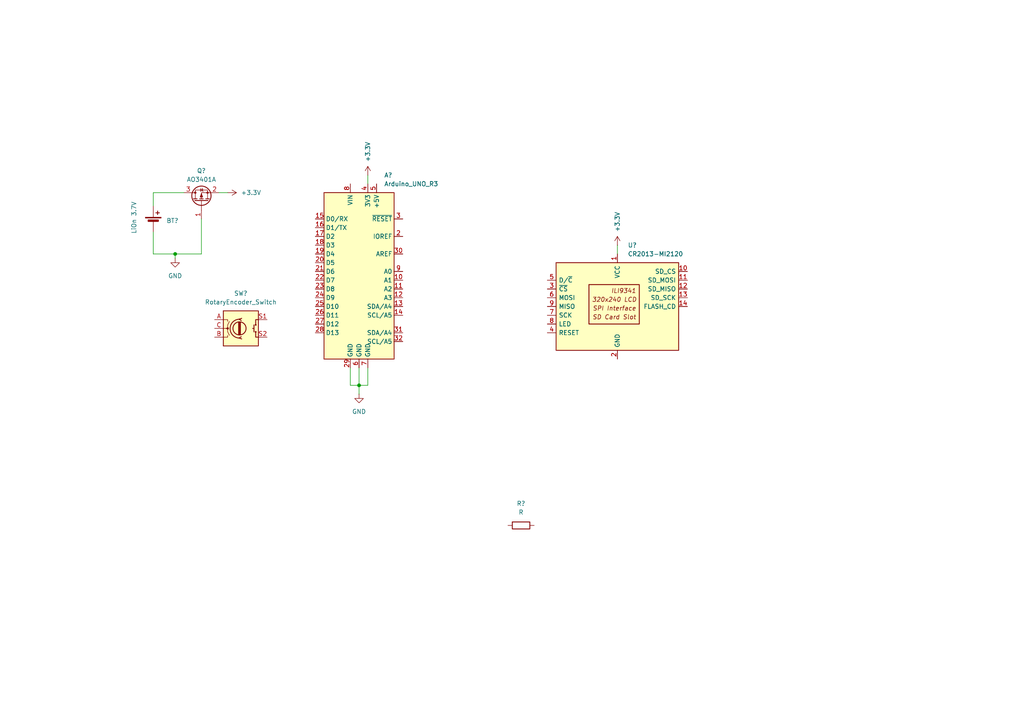
<source format=kicad_sch>
(kicad_sch (version 20231120) (generator "eeschema") (generator_version "8.0")
  (paper "A4")
  (lib_symbols
    (symbol "Device:Battery_Cell" (pin_numbers hide) (pin_names (offset 0) hide)
      (property "Reference" "BT" (at 2.54 2.54 0))
      (property "Value" "Battery_Cell" (at 2.54 0 0))
      (symbol "Battery_Cell_0_1"
        (rectangle (start -2.286 1.778) (end 2.286 1.524) (fill (type outline)))
        (rectangle (start -1.524 1.016) (end 1.524 0.508) (fill (type outline)))
        (polyline (pts (xy 0 0.762) (xy 0 0)))
        (polyline (pts (xy 0 1.778) (xy 0 2.54)))
        (polyline (pts (xy 0.762 3.048) (xy 1.778 3.048)) (stroke (width 0.254)))
        (polyline (pts (xy 1.27 3.556) (xy 1.27 2.54)) (stroke (width 0.254)))
      )
      (symbol "Battery_Cell_1_1"
        (pin passive line (at 0 5.08 270) (length 2.54) (name "+") (number "1"))
        (pin passive line (at 0 -2.54 90) (length 2.54) (name "-") (number "2"))
      )
    )
    (symbol "Device:R" (pin_numbers hide) (pin_names (offset 0))
      (property "Reference" "R" (at 2.032 0 90))
      (property "Value" "R" (at 0 0 90))
      (symbol "R_0_1"
        (rectangle (start -1.016 -2.54) (end 1.016 2.54) (stroke (width 0.254)))
      )
      (symbol "R_1_1"
        (pin passive line (at 0 3.81 270) (length 1.27) (name "~") (number "1"))
        (pin passive line (at 0 -3.81 90) (length 1.27) (name "~") (number "2"))
      )
    )
    (symbol "Device:RotaryEncoder_Switch" (pin_names (offset 0.254) hide)
      (property "Reference" "SW" (at 0 6.604 0))
      (property "Value" "RotaryEncoder_Switch" (at 0 -6.604 0))
      (symbol "RotaryEncoder_Switch_0_1"
        (rectangle (start -5.08 5.08) (end 5.08 -5.08) (stroke (width 0.254)) (fill (type background)))
        (circle (center -3.81 0) (radius 0.254) (fill (type outline)))
        (circle (center -0.381 0) (radius 1.905) (stroke (width 0.254)))
        (arc (start -0.381 2.667) (mid -3.0988 -0.0635) (end -0.381 -2.794) (stroke (width 0.254)))
        (polyline (pts (xy -0.635 -1.778) (xy -0.635 1.778)) (stroke (width 0.254)))
        (polyline (pts (xy -0.381 -1.778) (xy -0.381 1.778)) (stroke (width 0.254)))
        (polyline (pts (xy -0.127 1.778) (xy -0.127 -1.778)) (stroke (width 0.254)))
        (polyline (pts (xy 3.81 0) (xy 3.429 0)) (stroke (width 0.254)))
        (polyline (pts (xy 3.81 1.016) (xy 3.81 -1.016)) (stroke (width 0.254)))
        (polyline (pts (xy -5.08 -2.54) (xy -3.81 -2.54) (xy -3.81 -2.032)))
        (polyline (pts (xy -5.08 2.54) (xy -3.81 2.54) (xy -3.81 2.032)))
        (polyline (pts (xy 0.254 -3.048) (xy -0.508 -2.794) (xy 0.127 -2.413)) (stroke (width 0.254)))
        (polyline (pts (xy 0.254 2.921) (xy -0.508 2.667) (xy 0.127 2.286)) (stroke (width 0.254)))
        (polyline (pts (xy 5.08 -2.54) (xy 4.318 -2.54) (xy 4.318 -1.016)) (stroke (width 0.254)))
        (polyline (pts (xy 5.08 2.54) (xy 4.318 2.54) (xy 4.318 1.016)) (stroke (width 0.254)))
        (polyline (pts (xy -5.08 0) (xy -3.81 0) (xy -3.81 -1.016) (xy -3.302 -2.032)))
        (polyline (pts (xy -4.318 0) (xy -3.81 0) (xy -3.81 1.016) (xy -3.302 2.032)))
        (circle (center 4.318 -1.016) (radius 0.127) (stroke (width 0.254)))
        (circle (center 4.318 1.016) (radius 0.127) (stroke (width 0.254)))
      )
      (symbol "RotaryEncoder_Switch_1_1"
        (pin passive line (at -7.62 2.54 0) (length 2.54) (name "A") (number "A"))
        (pin passive line (at -7.62 -2.54 0) (length 2.54) (name "B") (number "B"))
        (pin passive line (at -7.62 0 0) (length 2.54) (name "C") (number "C"))
        (pin passive line (at 7.62 2.54 180) (length 2.54) (name "S1") (number "S1"))
        (pin passive line (at 7.62 -2.54 180) (length 2.54) (name "S2") (number "S2"))
      )
    )
    (symbol "Driver_Display:CR2013-MI2120" (pin_names (offset 0.762))
      (property "Reference" "U" (at -17.526 13.97 0))
      (property "Value" "CR2013-MI2120" (at 1.905 13.97 0))
      (symbol "CR2013-MI2120_0_0"
        (text "320x240 LCD" (at 0.889 2.032 0) (effects (font (size 1.27 1.27) (italic yes))))
        (text "ILI9341" (at -5.461 4.572 0) (effects (font (size 1.27 1.27) (italic yes)) (justify left)))
        (text "SD Card Slot" (at -5.461 -3.048 0) (effects (font (size 1.27 1.27) (italic yes)) (justify left)))
        (text "SPI Interface" (at -5.461 -0.508 0) (effects (font (size 1.27 1.27) (italic yes)) (justify left)))
      )
      (symbol "CR2013-MI2120_0_1"
        (rectangle (start -17.78 12.7) (end 17.78 -12.7) (stroke (width 0.254)) (fill (type background)))
        (rectangle (start -6.35 6.35) (end 8.255 -5.08) (stroke (width 0.254)))
      )
      (symbol "CR2013-MI2120_1_1"
        (pin power_in line (at 0 15.24 270) (length 2.54) (name "VCC") (number "1"))
        (pin input line (at -20.32 10.16 0) (length 2.54) (name "SD_CS") (number "10"))
        (pin input line (at -20.32 7.62 0) (length 2.54) (name "SD_MOSI") (number "11"))
        (pin output line (at -20.32 5.08 0) (length 2.54) (name "SD_MISO") (number "12"))
        (pin input line (at -20.32 2.54 0) (length 2.54) (name "SD_SCK") (number "13"))
        (pin input line (at -20.32 0 0) (length 2.54) (name "FLASH_CD") (number "14"))
        (pin power_in line (at 0 -15.24 90) (length 2.54) (name "GND") (number "2"))
        (pin input line (at 20.32 5.08 180) (length 2.54) (name "~{CS}") (number "3"))
        (pin input line (at 20.32 -7.62 180) (length 2.54) (name "RESET") (number "4"))
        (pin input line (at 20.32 7.62 180) (length 2.54) (name "D/~{C}") (number "5"))
        (pin input line (at 20.32 2.54 180) (length 2.54) (name "MOSI") (number "6"))
        (pin input line (at 20.32 -2.54 180) (length 2.54) (name "SCK") (number "7"))
        (pin input line (at 20.32 -5.08 180) (length 2.54) (name "LED") (number "8"))
        (pin output line (at 20.32 0 180) (length 2.54) (name "MISO") (number "9"))
      )
    )
    (symbol "MCU_Module:Arduino_UNO_R3"
      (property "Reference" "A" (at -10.16 23.495 0))
      (property "Value" "Arduino_UNO_R3" (at 5.08 -26.67 0))
      (symbol "Arduino_UNO_R3_0_1"
        (rectangle (start -10.16 22.86) (end 10.16 -25.4) (stroke (width 0.254)) (fill (type background)))
      )
      (symbol "Arduino_UNO_R3_1_1"
        (pin no_connect line (at -10.16 -20.32 0) (length 2.54) hide (name "NC") (number "1"))
        (pin bidirectional line (at 12.7 -2.54 180) (length 2.54) (name "A1") (number "10"))
        (pin bidirectional line (at 12.7 -5.08 180) (length 2.54) (name "A2") (number "11"))
        (pin bidirectional line (at 12.7 -7.62 180) (length 2.54) (name "A3") (number "12"))
        (pin bidirectional line (at 12.7 -10.16 180) (length 2.54) (name "SDA/A4") (number "13"))
        (pin bidirectional line (at 12.7 -12.7 180) (length 2.54) (name "SCL/A5") (number "14"))
        (pin bidirectional line (at -12.7 15.24 0) (length 2.54) (name "D0/RX") (number "15"))
        (pin bidirectional line (at -12.7 12.7 0) (length 2.54) (name "D1/TX") (number "16"))
        (pin bidirectional line (at -12.7 10.16 0) (length 2.54) (name "D2") (number "17"))
        (pin bidirectional line (at -12.7 7.62 0) (length 2.54) (name "D3") (number "18"))
        (pin bidirectional line (at -12.7 5.08 0) (length 2.54) (name "D4") (number "19"))
        (pin output line (at 12.7 10.16 180) (length 2.54) (name "IOREF") (number "2"))
        (pin bidirectional line (at -12.7 2.54 0) (length 2.54) (name "D5") (number "20"))
        (pin bidirectional line (at -12.7 0 0) (length 2.54) (name "D6") (number "21"))
        (pin bidirectional line (at -12.7 -2.54 0) (length 2.54) (name "D7") (number "22"))
        (pin bidirectional line (at -12.7 -5.08 0) (length 2.54) (name "D8") (number "23"))
        (pin bidirectional line (at -12.7 -7.62 0) (length 2.54) (name "D9") (number "24"))
        (pin bidirectional line (at -12.7 -10.16 0) (length 2.54) (name "D10") (number "25"))
        (pin bidirectional line (at -12.7 -12.7 0) (length 2.54) (name "D11") (number "26"))
        (pin bidirectional line (at -12.7 -15.24 0) (length 2.54) (name "D12") (number "27"))
        (pin bidirectional line (at -12.7 -17.78 0) (length 2.54) (name "D13") (number "28"))
        (pin power_in line (at -2.54 -27.94 90) (length 2.54) (name "GND") (number "29"))
        (pin input line (at 12.7 15.24 180) (length 2.54) (name "~{RESET}") (number "3"))
        (pin input line (at 12.7 5.08 180) (length 2.54) (name "AREF") (number "30"))
        (pin bidirectional line (at 12.7 -17.78 180) (length 2.54) (name "SDA/A4") (number "31"))
        (pin bidirectional line (at 12.7 -20.32 180) (length 2.54) (name "SCL/A5") (number "32"))
        (pin power_out line (at 2.54 25.4 270) (length 2.54) (name "3V3") (number "4"))
        (pin power_out line (at 5.08 25.4 270) (length 2.54) (name "+5V") (number "5"))
        (pin power_in line (at 0 -27.94 90) (length 2.54) (name "GND") (number "6"))
        (pin power_in line (at 2.54 -27.94 90) (length 2.54) (name "GND") (number "7"))
        (pin power_in line (at -2.54 25.4 270) (length 2.54) (name "VIN") (number "8"))
        (pin bidirectional line (at 12.7 0 180) (length 2.54) (name "A0") (number "9"))
      )
    )
    (symbol "Transistor_FET:AO3401A" (pin_names hide)
      (property "Reference" "Q" (at 5.08 1.905 0))
      (property "Value" "AO3401A" (at 5.08 0 0))
      (symbol "AO3401A_0_1"
        (polyline (pts (xy 0.254 0) (xy -2.54 0)))
        (polyline (pts (xy 0.254 1.905) (xy 0.254 -1.905)) (stroke (width 0.254)))
        (polyline (pts (xy 0.762 -1.27) (xy 0.762 -2.286)) (stroke (width 0.254)))
        (polyline (pts (xy 0.762 0.508) (xy 0.762 -0.508)) (stroke (width 0.254)))
        (polyline (pts (xy 0.762 2.286) (xy 0.762 1.27)) (stroke (width 0.254)))
        (polyline (pts (xy 2.54 2.54) (xy 2.54 1.778)))
        (polyline (pts (xy 2.54 -2.54) (xy 2.54 0) (xy 0.762 0)))
        (polyline (pts (xy 0.762 1.778) (xy 3.302 1.778) (xy 3.302 -1.778) (xy 0.762 -1.778)))
        (polyline (pts (xy 2.286 0) (xy 1.27 0.381) (xy 1.27 -0.381) (xy 2.286 0)) (fill (type outline)))
        (polyline (pts (xy 2.794 -0.508) (xy 2.921 -0.381) (xy 3.683 -0.381) (xy 3.81 -0.254)))
        (polyline (pts (xy 3.302 -0.381) (xy 2.921 0.254) (xy 3.683 0.254) (xy 3.302 -0.381)))
        (circle (center 1.651 0) (radius 2.794) (stroke (width 0.254)))
        (circle (center 2.54 -1.778) (radius 0.254) (fill (type outline)))
        (circle (center 2.54 1.778) (radius 0.254) (fill (type outline)))
      )
      (symbol "AO3401A_1_1"
        (pin input line (at -5.08 0 0) (length 2.54) (name "G") (number "1"))
        (pin passive line (at 2.54 -5.08 90) (length 2.54) (name "S") (number "2"))
        (pin passive line (at 2.54 5.08 270) (length 2.54) (name "D") (number "3"))
      )
    )
    (symbol "power:+3.3V" (power) (pin_numbers hide) (pin_names (offset 0) hide)
      (property "Value" "+3.3V" (at 0 3.556 0))
      (symbol "+3.3V_0_1"
        (polyline (pts (xy -0.762 1.27) (xy 0 2.54)))
        (polyline (pts (xy 0 0) (xy 0 2.54)))
        (polyline (pts (xy 0 2.54) (xy 0.762 1.27)))
      )
      (symbol "+3.3V_1_1"
        (pin power_in line (at 0 0 90) (length 0) (name "~") (number "1"))
      )
    )
    (symbol "power:GND" (power) (pin_numbers hide) (pin_names (offset 0) hide)
      (property "Value" "GND" (at 0 -3.81 0))
      (symbol "GND_0_1"
        (polyline (pts (xy 0 0) (xy 0 -1.27) (xy 1.27 -1.27) (xy 0 -2.54) (xy -1.27 -1.27) (xy 0 -1.27)))
      )
      (symbol "GND_1_1"
        (pin power_in line (at 0 0 270) (length 0) (name "~") (number "1"))
      )
    )
  )
  (junction (at 50.8 73.66))
  (junction (at 104.14 111.76))
  (wire (pts (xy 106.68 111.76) (xy 106.68 106.68)))
  (wire (pts (xy 104.14 111.76) (xy 104.14 114.3)))
  (wire (pts (xy 101.6 106.68) (xy 101.6 111.76)))
  (wire (pts (xy 50.8 73.66) (xy 50.8 74.93)))
  (wire (pts (xy 44.45 67.31) (xy 44.45 73.66)))
  (wire (pts (xy 106.68 53.34) (xy 106.68 50.8)))
  (wire (pts (xy 44.45 73.66) (xy 50.8 73.66)))
  (wire (pts (xy 179.07 73.66) (xy 179.07 71.12)))
  (wire (pts (xy 104.14 111.76) (xy 106.68 111.76)))
  (wire (pts (xy 44.45 55.88) (xy 53.34 55.88)))
  (wire (pts (xy 44.45 59.69) (xy 44.45 55.88)))
  (wire (pts (xy 63.5 55.88) (xy 66.04 55.88)))
  (wire (pts (xy 104.14 106.68) (xy 104.14 111.76)))
  (wire (pts (xy 58.42 63.5) (xy 58.42 73.66)))
  (wire (pts (xy 50.8 73.66) (xy 58.42 73.66)))
  (wire (pts (xy 101.6 111.76) (xy 104.14 111.76)))
  (symbol (lib_id "Driver_Display:CR2013-MI2120") (at 179.07 88.9 0) (mirror y) (unit 1)
    (property "Reference" "U?" (at 182.0865 71.12 0) (effects (justify right)))
    (property "Value" "CR2013-MI2120" (at 182.0865 73.66 0) (effects (justify right)))
    (property "Footprint" "Display:CR2013-MI2120" (effects (hide yes)))
    (property "Datasheet" "http://pan.baidu.com/s/11Y990" (effects (hide yes)))
    (property "Description" "ILI9341 controller, SPI TFT LCD Display, 9-pin breakout PCB, 4-pin SD card interface, 5V/3.3V" (effects (hide yes)))
  )
  (symbol (lib_id "Transistor_FET:AO3401A") (at 58.42 58.42 90) (unit 1)
    (property "Reference" "Q?" (at 58.42 49.53 90))
    (property "Value" "AO3401A" (at 58.42 52.07 90))
    (property "Footprint" "Package_TO_SOT_SMD:SOT-23" (effects (hide yes)))
    (property "Datasheet" "http://www.aosmd.com/pdfs/datasheet/AO3401A.pdf" (effects (hide yes)))
    (property "Description" "-4.0A Id, -30V Vds, P-Channel MOSFET, SOT-23" (effects (hide yes)))
  )
  (symbol (lib_id "power:GND") (at 104.14 114.3 0) (unit 1)
    (property "Reference" "#PWR02" (effects (hide yes)))
    (property "Value" "GND" (at 104.14 119.38 0))
    (property "Description" "Power symbol creates a global label with name \"GND\" , ground" (effects (hide yes)))
  )
  (symbol (lib_id "power:GND") (at 50.8 74.93 0) (unit 1)
    (property "Reference" "#PWR01" (effects (hide yes)))
    (property "Value" "GND" (at 50.8 80.01 0))
    (property "Description" "Power symbol creates a global label with name \"GND\" , ground" (effects (hide yes)))
  )
  (symbol (lib_id "power:+3.3V") (at 179.07 71.12 0) (unit 1)
    (property "Reference" "#PWR05" (effects (hide yes)))
    (property "Value" "+3.3V" (at 179.0699 67.31 90) (effects (justify left)))
    (property "Description" "Power symbol creates a global label with name \"+3.3V\"" (effects (hide yes)))
  )
  (symbol (lib_id "power:+3.3V") (at 66.04 55.88 270) (unit 1)
    (property "Reference" "#PWR03" (effects (hide yes)))
    (property "Value" "+3.3V" (at 69.85 55.8799 90) (effects (justify left)))
    (property "Description" "Power symbol creates a global label with name \"+3.3V\"" (effects (hide yes)))
  )
  (symbol (lib_id "power:+3.3V") (at 106.68 50.8 0) (unit 1)
    (property "Reference" "#PWR04" (effects (hide yes)))
    (property "Value" "+3.3V" (at 106.6799 46.99 90) (effects (justify left)))
    (property "Description" "Power symbol creates a global label with name \"+3.3V\"" (effects (hide yes)))
  )
  (symbol (lib_id "Device:RotaryEncoder_Switch") (at 69.85 95.25 0) (unit 1)
    (property "Reference" "SW?" (at 69.85 85.09 0))
    (property "Value" "RotaryEncoder_Switch" (at 69.85 87.63 0))
    (property "Description" "Rotary encoder, dual channel, incremental quadrate outputs, with switch" (effects (hide yes)))
  )
  (symbol (lib_id "Device:Battery_Cell") (at 44.45 64.77 0) (unit 1)
    (property "Reference" "BT?" (at 48.26 64.008 0) (effects (justify left)))
    (property "Value" "LiOn 3.7V" (at 38.862 67.818 90) (effects (justify left)))
    (property "Description" "Single-cell battery" (effects (hide yes)))
  )
  (symbol (lib_id "MCU_Module:Arduino_UNO_R3") (at 104.14 78.74 0) (unit 1)
    (property "Reference" "A?" (at 111.4141 50.8 0) (effects (justify left)))
    (property "Value" "Arduino_UNO_R3" (at 111.4141 53.34 0) (effects (justify left)))
    (property "Footprint" "Module:Arduino_UNO_R3" (effects (hide yes)))
    (property "Datasheet" "https://www.arduino.cc/en/Main/arduinoBoardUno" (effects (hide yes)))
    (property "Description" "Arduino UNO Microcontroller Module, release 3" (effects (hide yes)))
  )
  (symbol (lib_id "Device:R") (at 151.13 152.4 90) (unit 1)
    (property "Reference" "R?" (at 151.13 146.05 90))
    (property "Value" "R" (at 151.13 148.59 90))
    (property "Description" "Resistor" (effects (hide yes)))
  )
)
</source>
